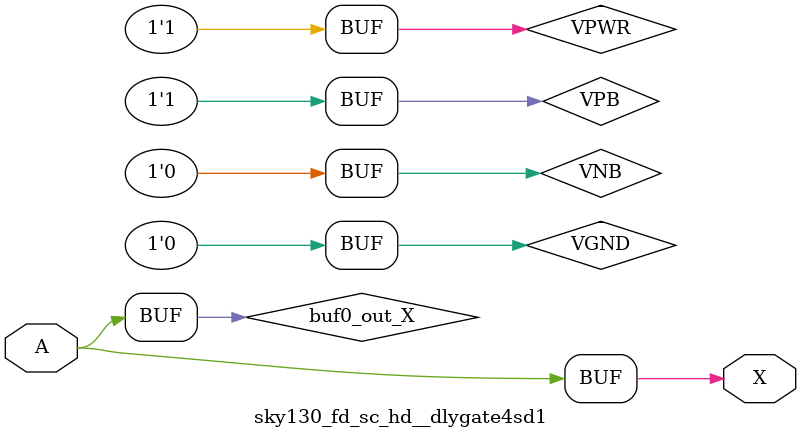
<source format=v>
/*
 * Copyright 2020 The SkyWater PDK Authors
 *
 * Licensed under the Apache License, Version 2.0 (the "License");
 * you may not use this file except in compliance with the License.
 * You may obtain a copy of the License at
 *
 *     https://www.apache.org/licenses/LICENSE-2.0
 *
 * Unless required by applicable law or agreed to in writing, software
 * distributed under the License is distributed on an "AS IS" BASIS,
 * WITHOUT WARRANTIES OR CONDITIONS OF ANY KIND, either express or implied.
 * See the License for the specific language governing permissions and
 * limitations under the License.
 *
 * SPDX-License-Identifier: Apache-2.0
*/


`ifndef SKY130_FD_SC_HD__DLYGATE4SD1_TIMING_V
`define SKY130_FD_SC_HD__DLYGATE4SD1_TIMING_V

/**
 * dlygate4sd1: Delay Buffer 4-stage 0.15um length inner stage gates.
 *
 * Verilog simulation timing model.
 */

`timescale 1ns / 1ps
`default_nettype none

`celldefine
module sky130_fd_sc_hd__dlygate4sd1 (
    X,
    A
);

    // Module ports
    output X;
    input  A;

    // Module supplies
    supply1 VPWR;
    supply0 VGND;
    supply1 VPB ;
    supply0 VNB ;

    // Local signals
    wire buf0_out_X;

    //  Name  Output      Other arguments
    buf buf0 (buf0_out_X, A              );
    buf buf1 (X         , buf0_out_X     );

endmodule
`endcelldefine

`default_nettype wire
`endif  // SKY130_FD_SC_HD__DLYGATE4SD1_TIMING_V

</source>
